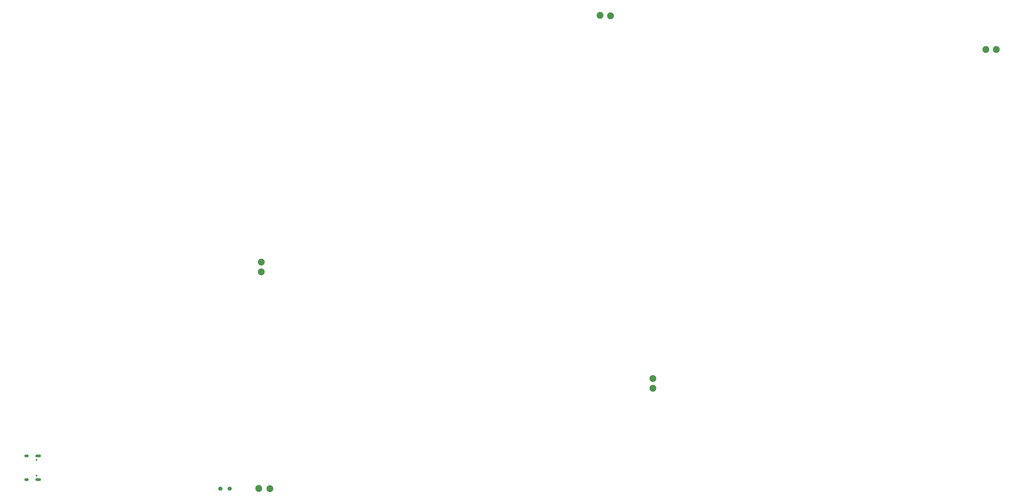
<source format=gbr>
%TF.GenerationSoftware,KiCad,Pcbnew,8.0.4*%
%TF.CreationDate,2025-01-28T10:18:07-08:00*%
%TF.ProjectId,traffic_paradise,74726166-6669-4635-9f70-617261646973,rev?*%
%TF.SameCoordinates,Original*%
%TF.FileFunction,Soldermask,Bot*%
%TF.FilePolarity,Negative*%
%FSLAX46Y46*%
G04 Gerber Fmt 4.6, Leading zero omitted, Abs format (unit mm)*
G04 Created by KiCad (PCBNEW 8.0.4) date 2025-01-28 10:18:07*
%MOMM*%
%LPD*%
G01*
G04 APERTURE LIST*
%ADD10C,1.524000*%
%ADD11C,0.650000*%
%ADD12O,2.100000X1.000000*%
%ADD13O,1.600000X1.000000*%
%ADD14C,2.500000*%
G04 APERTURE END LIST*
D10*
%TO.C,R108*%
X71960000Y-185420000D03*
X75360000Y-185420000D03*
%TD*%
D11*
%TO.C,J2*%
X5140000Y-174910000D03*
X5140000Y-180690000D03*
D12*
X5670000Y-173480000D03*
D13*
X1490000Y-173480000D03*
D12*
X5670000Y-182120000D03*
D13*
X1490000Y-182120000D03*
%TD*%
D14*
%TO.C,TP7*%
X350520000Y-25400000D03*
%TD*%
%TO.C,TP6*%
X86868000Y-102870000D03*
%TD*%
%TO.C,TP22*%
X90000000Y-185400000D03*
%TD*%
%TO.C,TP5*%
X86868000Y-106426000D03*
%TD*%
%TO.C,TP21*%
X86000000Y-185375000D03*
%TD*%
%TO.C,TP14*%
X210200000Y-13000000D03*
%TD*%
%TO.C,TP8*%
X354330000Y-25400000D03*
%TD*%
%TO.C,TP3*%
X229362000Y-145288000D03*
%TD*%
%TO.C,TP13*%
X214000000Y-13100000D03*
%TD*%
%TO.C,TP4*%
X229362000Y-148844000D03*
%TD*%
M02*

</source>
